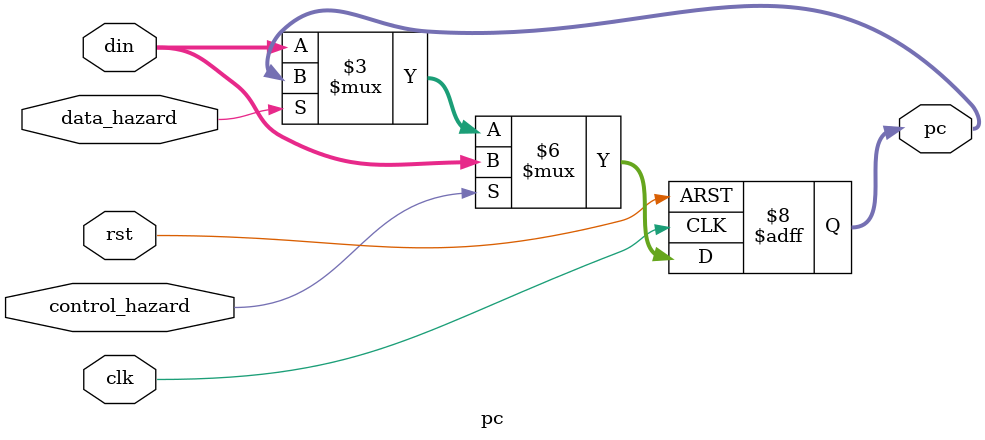
<source format=v>
`include "defines.vh"
module pc(
  input wire rst,
  input wire clk,
  input wire[31:0] din,
  input wire data_hazard,
  input wire control_hazard,
  output reg[31:0] pc
);

always @(posedge clk or posedge rst) begin
  if(rst) begin
    `ifdef RUN_TRACE
      pc<=-4;
    `else
      pc<=0;
    `endif
  end
  else if(control_hazard) pc<=din;
  else if(data_hazard) pc<=pc;
  else pc <= din;
end

endmodule
</source>
